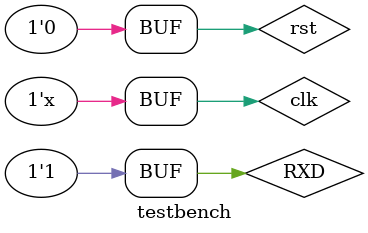
<source format=v>
`timescale 1ns / 1ps
module testbench;
reg clk;
reg rst;
wire TXD;
reg RXD;

top top1(clk, rst,RXD, TXD);


initial

begin
clk=1;
RXD=1;
rst=1;
#100 rst=0;
#300 RXD=1;
#100 RXD=0;
#100  RXD=1;
#100  RXD=1;
#100  RXD=0;
#100  RXD=0;
#100  RXD=0;
#100  RXD=0;
#100  RXD=1;
#100  RXD=0;
#100  RXD=1;
end

always
#5 clk = ~clk;
endmodule

</source>
